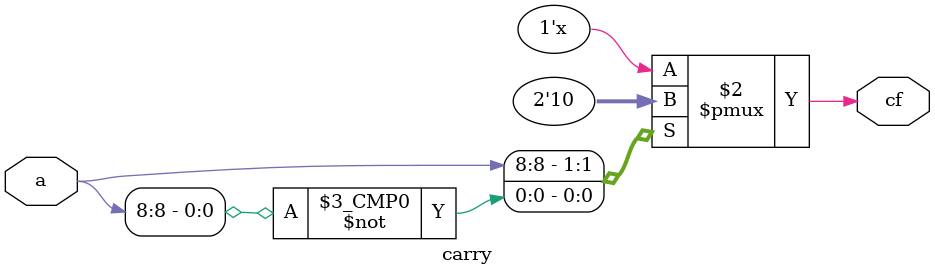
<source format=v>
`timescale 1ns / 1ps
module carry(cf,a);
output cf;
reg cf;
input [8:0] a;
parameter one=1;
parameter zero=0;
always@(a)
case(a[8])
one:cf=1;
zero:cf=0;
endcase
endmodule
</source>
